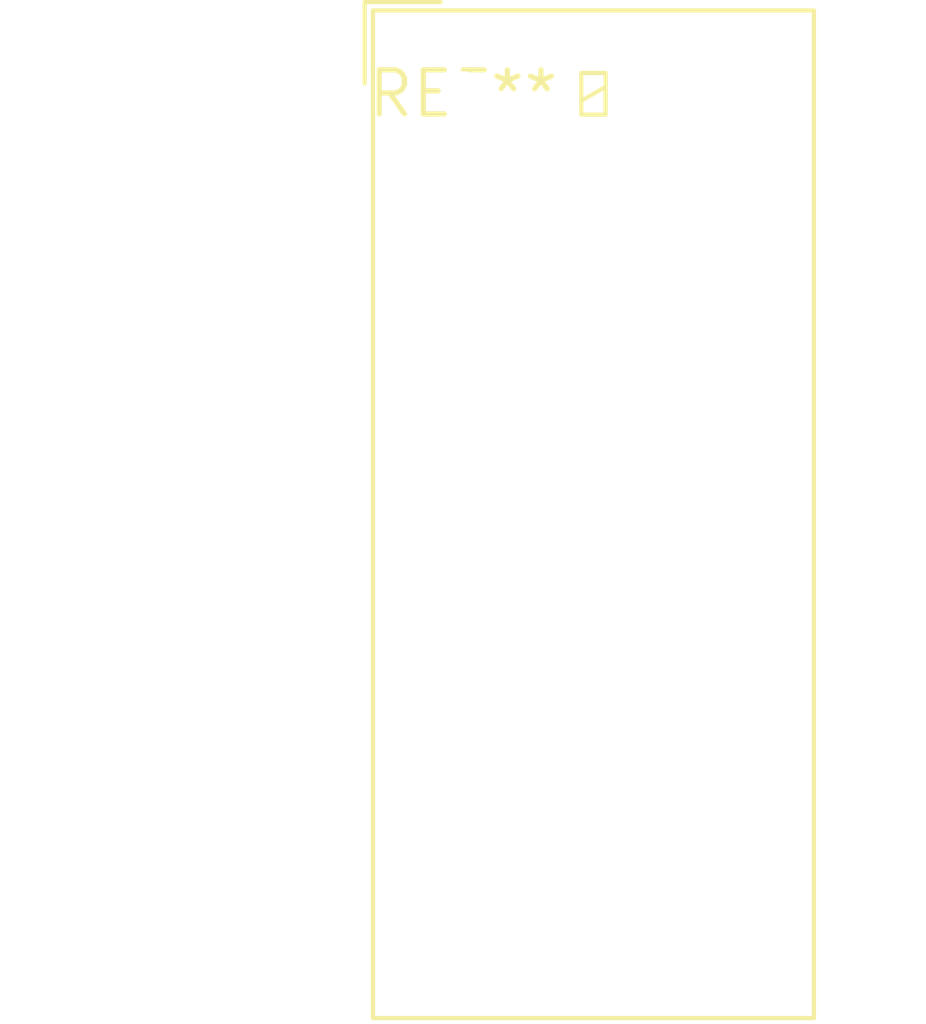
<source format=kicad_pcb>
(kicad_pcb (version 20240108) (generator pcbnew)
  (layers (0 "F.Cu" signal) (31 "B.Cu" signal) (34 "B.Paste" user) (35 "F.Paste" user) (36 "B.SilkS" user "B.Silkscreen") (37 "F.SilkS" user "F.Silkscreen") (38 "B.Mask" user) (39 "F.Mask" user) (44 "Edge.Cuts" user))
  (net 0 "")
  (footprint "Relay_DPDT_Omron_G2RL-2" (layer "F.Cu") (at 0 0)
    (property "Reference" "REF**")
    (property "Value" "Relay_DPDT_Omron_G2RL-2")
    (fp_line (start -2.84 -2.64) (end -0.65 -2.64) (layer "F.SilkS") (stroke (width 0.12)))
    (fp_line (start -2.84 -0.3) (end -2.84 -2.64) (layer "F.SilkS") (stroke (width 0.12)))
    (fp_line (start -2.6 -2.4) (end -2.6 26.6) (layer "F.SilkS") (stroke (width 0.12)))
    (fp_line (start -2.6 26.6) (end 10.1 26.6) (layer "F.SilkS") (stroke (width 0.12)))
    (fp_line (start 3.4 -0.6) (end 3.4 0.6) (layer "F.SilkS") (stroke (width 0.12)))
    (fp_line (start 3.4 0.2) (end 4.1 -0.2) (layer "F.SilkS") (stroke (width 0.12)))
    (fp_line (start 3.4 0.6) (end 4.1 0.6) (layer "F.SilkS") (stroke (width 0.12)))
    (fp_line (start 4.1 -0.6) (end 3.4 -0.6) (layer "F.SilkS") (stroke (width 0.12)))
    (fp_line (start 4.1 0.6) (end 4.1 -0.6) (layer "F.SilkS") (stroke (width 0.12)))
    (fp_line (start 10.1 -2.4) (end -2.6 -2.4) (layer "F.SilkS") (stroke (width 0.12)))
    (fp_line (start 10.1 26.6) (end 10.1 -2.4) (layer "F.SilkS") (stroke (width 0.12)))
    (pad "11" thru_hole circle (at 0 20) (size 2 2) (drill 1.3) (layers *.Cu *.Mask) (remove_unused_layers))
    (pad "12" thru_hole circle (at 0 15) (size 2 2) (drill 1.3) (layers *.Cu *.Mask) (remove_unused_layers))
    (pad "14" thru_hole circle (at 0 25) (size 2 2) (drill 1.3) (layers *.Cu *.Mask) (remove_unused_layers))
    (pad "21" thru_hole circle (at 7.5 20) (size 2 2) (drill 1.3) (layers *.Cu *.Mask) (remove_unused_layers))
    (pad "22" thru_hole circle (at 7.5 15) (size 2 2) (drill 1.3) (layers *.Cu *.Mask) (remove_unused_layers))
    (pad "24" thru_hole circle (at 7.5 25) (size 2 2) (drill 1.3) (layers *.Cu *.Mask) (remove_unused_layers))
    (pad "A1" thru_hole rect (at 0 0) (size 2 2) (drill 1.3) (layers *.Cu *.Mask) (remove_unused_layers))
    (pad "A2" thru_hole circle (at 7.5 0) (size 2 2) (drill 1.3) (layers *.Cu *.Mask) (remove_unused_layers))
  )
)
</source>
